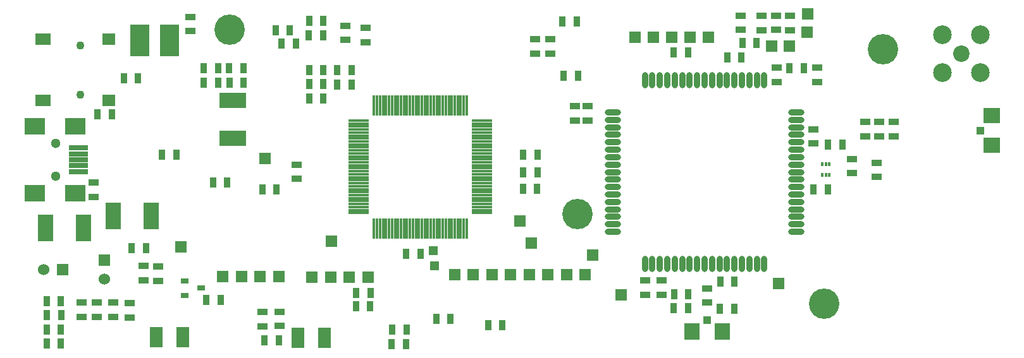
<source format=gts>
G04 (created by PCBNEW (2013-07-07 BZR 4022)-stable) date 09/11/2014 09:40:27*
%MOIN*%
G04 Gerber Fmt 3.4, Leading zero omitted, Abs format*
%FSLAX34Y34*%
G01*
G70*
G90*
G04 APERTURE LIST*
%ADD10C,0.00590551*%
%ADD11R,0.0413386X0.0393701*%
%ADD12R,0.0866142X0.0826772*%
%ADD13R,0.0393701X0.0413386*%
%ADD14R,0.0826772X0.0866142*%
%ADD15R,0.0118X0.0217*%
%ADD16R,0.0394X0.0315*%
%ADD17R,0.0590551X0.0590551*%
%ADD18R,0.0984252X0.165354*%
%ADD19R,0.0511811X0.0511811*%
%ADD20C,0.0866142*%
%ADD21C,0.0984252*%
%ADD22R,0.08X0.14*%
%ADD23R,0.14X0.08*%
%ADD24R,0.07X0.11*%
%ADD25R,0.035X0.055*%
%ADD26R,0.055X0.035*%
%ADD27O,0.0866142X0.0314961*%
%ADD28O,0.0314961X0.0866142*%
%ADD29R,0.100394X0.0275591*%
%ADD30R,0.106299X0.0866142*%
%ADD31C,0.0511811*%
%ADD32R,0.015748X0.106299*%
%ADD33R,0.106299X0.015748*%
%ADD34R,0.06X0.06*%
%ADD35C,0.06*%
%ADD36R,0.0669291X0.0590551*%
%ADD37R,0.0787402X0.0590551*%
%ADD38C,0.0433071*%
%ADD39C,0.16*%
G04 APERTURE END LIST*
G54D10*
G54D11*
X116908Y-66550D03*
G54D12*
X117508Y-65762D03*
X117508Y-67337D03*
G54D13*
X102520Y-76548D03*
G54D14*
X103307Y-77148D03*
X101732Y-77148D03*
G54D15*
X108578Y-68322D03*
X108775Y-68322D03*
X108972Y-68322D03*
X108972Y-68888D03*
X108775Y-68888D03*
X108578Y-68888D03*
G54D16*
X75853Y-74865D03*
X74987Y-75240D03*
X74987Y-74490D03*
G54D17*
X96104Y-74158D03*
X95120Y-74158D03*
X94136Y-74165D03*
X93152Y-74158D03*
X92167Y-74158D03*
X91183Y-74158D03*
X90199Y-74158D03*
X89215Y-74158D03*
X84656Y-74273D03*
X83672Y-74273D03*
X82687Y-74273D03*
X81703Y-74273D03*
X76993Y-74251D03*
X77977Y-74251D03*
X78962Y-74251D03*
X79946Y-74251D03*
G54D18*
X72622Y-61794D03*
X74197Y-61794D03*
G54D17*
X98730Y-61611D03*
X106860Y-62101D03*
X99690Y-61611D03*
X105915Y-62101D03*
X107800Y-61351D03*
X107815Y-60386D03*
X96495Y-73106D03*
X106305Y-74606D03*
X100655Y-61606D03*
X101620Y-61611D03*
G54D19*
X88170Y-73686D03*
G54D17*
X79225Y-68016D03*
G54D19*
X88080Y-72901D03*
G54D17*
X93250Y-72481D03*
X97995Y-75206D03*
X82725Y-72386D03*
X102580Y-61611D03*
X74790Y-72681D03*
X92650Y-71331D03*
G54D20*
X115922Y-62500D03*
G54D21*
X114922Y-63500D03*
X114922Y-61500D03*
X116922Y-61500D03*
X116922Y-63500D03*
G54D22*
X71210Y-71055D03*
X73210Y-71055D03*
X67640Y-71700D03*
X69640Y-71700D03*
G54D23*
X77520Y-66955D03*
X77520Y-64955D03*
G54D24*
X80970Y-77500D03*
X82370Y-77500D03*
G54D25*
X79825Y-69670D03*
X79075Y-69670D03*
G54D26*
X84530Y-61125D03*
X84530Y-61875D03*
X80890Y-69095D03*
X80890Y-68345D03*
G54D25*
X78075Y-63255D03*
X77325Y-63255D03*
X81545Y-60740D03*
X82295Y-60740D03*
X78090Y-64020D03*
X77340Y-64020D03*
X75990Y-63250D03*
X76740Y-63250D03*
X83785Y-64110D03*
X83035Y-64110D03*
X75990Y-64020D03*
X76740Y-64020D03*
X81540Y-64090D03*
X82290Y-64090D03*
X81540Y-63355D03*
X82290Y-63355D03*
G54D26*
X71220Y-75630D03*
X71220Y-76380D03*
G54D25*
X83785Y-63360D03*
X83035Y-63360D03*
X80525Y-61250D03*
X79775Y-61250D03*
X80855Y-61950D03*
X80105Y-61950D03*
X88995Y-76500D03*
X88245Y-76500D03*
G54D26*
X70200Y-69300D03*
X70200Y-70050D03*
X99255Y-75210D03*
X99255Y-74460D03*
X73590Y-73725D03*
X73590Y-74475D03*
X72810Y-73705D03*
X72810Y-74455D03*
G54D25*
X76125Y-75490D03*
X76875Y-75490D03*
G54D26*
X95545Y-66020D03*
X95545Y-65270D03*
G54D25*
X86655Y-77830D03*
X85905Y-77830D03*
X86675Y-77040D03*
X85925Y-77040D03*
G54D26*
X79095Y-76875D03*
X79095Y-76125D03*
G54D25*
X79950Y-77625D03*
X79200Y-77625D03*
G54D26*
X79995Y-76110D03*
X79995Y-76860D03*
G54D25*
X76485Y-69280D03*
X77235Y-69280D03*
G54D26*
X83450Y-61015D03*
X83450Y-61765D03*
G54D25*
X68465Y-77805D03*
X67715Y-77805D03*
X68475Y-76305D03*
X67725Y-76305D03*
G54D26*
X69555Y-76380D03*
X69555Y-75630D03*
X70350Y-76380D03*
X70350Y-75630D03*
G54D25*
X67715Y-77070D03*
X68465Y-77070D03*
X67710Y-75540D03*
X68460Y-75540D03*
G54D26*
X72075Y-75660D03*
X72075Y-76410D03*
G54D25*
X81555Y-64855D03*
X82305Y-64855D03*
X72945Y-72740D03*
X72195Y-72740D03*
X84775Y-75130D03*
X84025Y-75130D03*
X84765Y-75810D03*
X84015Y-75810D03*
G54D26*
X93440Y-61725D03*
X93440Y-62475D03*
X94270Y-61725D03*
X94270Y-62475D03*
G54D25*
X95715Y-63640D03*
X94965Y-63640D03*
G54D26*
X96235Y-66020D03*
X96235Y-65270D03*
G54D25*
X86660Y-73060D03*
X87410Y-73060D03*
G54D26*
X108310Y-63235D03*
X108310Y-63985D03*
X106180Y-63235D03*
X106180Y-63985D03*
G54D25*
X107615Y-63240D03*
X106865Y-63240D03*
X95645Y-60780D03*
X94895Y-60780D03*
X104325Y-62685D03*
X103575Y-62685D03*
G54D26*
X104290Y-61235D03*
X104290Y-60485D03*
X105390Y-61245D03*
X105390Y-60495D03*
G54D25*
X105125Y-61935D03*
X104375Y-61935D03*
G54D26*
X106140Y-61235D03*
X106140Y-60485D03*
G54D25*
X74545Y-67835D03*
X73795Y-67835D03*
G54D26*
X106875Y-61245D03*
X106875Y-60495D03*
G54D25*
X92830Y-67835D03*
X93580Y-67835D03*
X92830Y-68760D03*
X93580Y-68760D03*
X92810Y-69610D03*
X93560Y-69610D03*
X81530Y-61515D03*
X82280Y-61515D03*
X91725Y-76830D03*
X90975Y-76830D03*
G54D26*
X100125Y-74460D03*
X100125Y-75210D03*
G54D25*
X100770Y-75915D03*
X101520Y-75915D03*
X100785Y-75195D03*
X101535Y-75195D03*
X71145Y-65700D03*
X70395Y-65700D03*
X71775Y-63780D03*
X72525Y-63780D03*
G54D26*
X110860Y-66095D03*
X110860Y-66845D03*
X111460Y-68255D03*
X111460Y-69005D03*
X111580Y-66095D03*
X111580Y-66845D03*
G54D25*
X103205Y-75950D03*
X103955Y-75950D03*
X103215Y-74520D03*
X103965Y-74520D03*
G54D26*
X112350Y-66845D03*
X112350Y-66095D03*
X102530Y-74885D03*
X102530Y-75635D03*
G54D25*
X100760Y-62410D03*
X101510Y-62410D03*
X108895Y-67305D03*
X109645Y-67305D03*
X108130Y-69650D03*
X108880Y-69650D03*
G54D26*
X75285Y-60540D03*
X75285Y-61290D03*
X110160Y-68050D03*
X110160Y-68800D03*
X108120Y-66480D03*
X108120Y-67230D03*
G54D27*
X107232Y-71890D03*
X107232Y-71497D03*
X107232Y-71103D03*
X107232Y-70709D03*
X107232Y-70316D03*
X107232Y-69922D03*
X107232Y-69528D03*
X107232Y-69135D03*
X107232Y-68741D03*
X107232Y-68347D03*
X107232Y-67953D03*
X107232Y-67560D03*
X107232Y-67166D03*
X107232Y-66772D03*
X107232Y-66379D03*
X107232Y-65985D03*
X107232Y-65591D03*
G54D28*
X105539Y-63898D03*
X105145Y-63898D03*
X104752Y-63898D03*
X104358Y-63898D03*
X103964Y-63898D03*
X103571Y-63898D03*
X103177Y-63898D03*
X102783Y-63898D03*
X102390Y-63898D03*
X101996Y-63898D03*
X101602Y-63898D03*
X101208Y-63898D03*
X100815Y-63898D03*
X100421Y-63898D03*
X100027Y-63898D03*
X99634Y-63898D03*
X99240Y-63898D03*
G54D27*
X97547Y-65591D03*
X97547Y-65985D03*
X97547Y-66379D03*
X97547Y-66772D03*
X97547Y-67166D03*
X97547Y-67560D03*
X97547Y-67953D03*
X97547Y-68347D03*
X97547Y-68741D03*
X97547Y-69135D03*
X97547Y-69528D03*
X97547Y-69922D03*
X97547Y-70316D03*
X97547Y-70709D03*
X97547Y-71103D03*
X97547Y-71497D03*
X97547Y-71890D03*
G54D28*
X99240Y-73583D03*
X99634Y-73583D03*
X100027Y-73583D03*
X100421Y-73583D03*
X100815Y-73583D03*
X101208Y-73583D03*
X101602Y-73583D03*
X101996Y-73583D03*
X102390Y-73583D03*
X102783Y-73583D03*
X103177Y-73583D03*
X103571Y-73583D03*
X103964Y-73583D03*
X104358Y-73583D03*
X104752Y-73583D03*
X105145Y-73583D03*
X105539Y-73583D03*
G54D29*
X69404Y-67460D03*
X69404Y-67775D03*
X69404Y-68090D03*
X69404Y-68404D03*
X69404Y-68719D03*
G54D30*
X69217Y-66338D03*
X69217Y-69841D03*
X67073Y-69841D03*
X67073Y-66338D03*
G54D31*
X68203Y-68956D03*
X68203Y-67223D03*
G54D32*
X84971Y-71708D03*
X85128Y-71708D03*
X85286Y-71708D03*
X85443Y-71708D03*
X85600Y-71708D03*
X85758Y-71708D03*
X85915Y-71708D03*
X86073Y-71708D03*
X86230Y-71708D03*
X86388Y-71708D03*
X86545Y-71708D03*
X86703Y-71708D03*
X86860Y-71708D03*
X87018Y-71708D03*
X87175Y-71708D03*
X87333Y-71708D03*
X87490Y-71708D03*
X87648Y-71708D03*
X87805Y-71708D03*
X87963Y-71708D03*
X88120Y-71708D03*
X88278Y-71708D03*
X88435Y-71708D03*
X88593Y-71708D03*
X88750Y-71708D03*
X88908Y-71708D03*
X89065Y-71708D03*
X89223Y-71708D03*
X89380Y-71708D03*
X89537Y-71708D03*
X89695Y-71708D03*
X89852Y-71708D03*
G54D33*
X90660Y-70900D03*
X90660Y-70743D03*
X90660Y-70585D03*
X90660Y-70428D03*
X90660Y-70271D03*
X90660Y-70113D03*
X90660Y-69956D03*
X90660Y-69798D03*
X90660Y-69641D03*
X90660Y-69483D03*
X90660Y-69326D03*
X90660Y-69168D03*
X90660Y-69011D03*
X90660Y-68853D03*
X90660Y-68696D03*
X90660Y-68538D03*
X90660Y-68381D03*
X90660Y-68223D03*
X90660Y-68066D03*
X90660Y-67908D03*
X90660Y-67751D03*
X90660Y-67593D03*
X90660Y-67436D03*
X90660Y-67278D03*
X90660Y-67121D03*
X90660Y-66963D03*
X90660Y-66806D03*
X90660Y-66648D03*
X90660Y-66491D03*
X90660Y-66334D03*
X90660Y-66176D03*
X90660Y-66019D03*
G54D32*
X89852Y-65211D03*
X89695Y-65211D03*
X89537Y-65211D03*
X89380Y-65211D03*
X89223Y-65211D03*
X89065Y-65211D03*
X88908Y-65211D03*
X88750Y-65211D03*
X88593Y-65211D03*
X88435Y-65211D03*
X88278Y-65211D03*
X88120Y-65211D03*
X87963Y-65211D03*
X87805Y-65211D03*
X87648Y-65211D03*
X87490Y-65211D03*
X87333Y-65211D03*
X87175Y-65211D03*
X87018Y-65211D03*
X86860Y-65211D03*
X86703Y-65211D03*
X86545Y-65211D03*
X86388Y-65211D03*
X86230Y-65211D03*
X86073Y-65211D03*
X85915Y-65211D03*
X85758Y-65211D03*
X85600Y-65211D03*
X85443Y-65211D03*
X85286Y-65211D03*
X85128Y-65211D03*
X84971Y-65211D03*
G54D33*
X84163Y-66019D03*
X84163Y-66176D03*
X84163Y-66334D03*
X84163Y-66491D03*
X84163Y-66648D03*
X84163Y-66806D03*
X84163Y-66963D03*
X84163Y-67121D03*
X84163Y-67278D03*
X84163Y-67436D03*
X84163Y-67593D03*
X84163Y-67751D03*
X84163Y-67908D03*
X84163Y-68066D03*
X84163Y-68223D03*
X84163Y-68381D03*
X84163Y-68538D03*
X84163Y-68696D03*
X84163Y-68853D03*
X84163Y-69011D03*
X84163Y-69168D03*
X84163Y-69326D03*
X84163Y-69483D03*
X84163Y-69641D03*
X84163Y-69798D03*
X84163Y-69956D03*
X84163Y-70113D03*
X84163Y-70271D03*
X84163Y-70428D03*
X84163Y-70585D03*
X84163Y-70743D03*
X84163Y-70900D03*
G54D34*
X68540Y-73875D03*
G54D35*
X67540Y-73875D03*
G54D34*
X70740Y-73390D03*
G54D35*
X70740Y-74390D03*
G54D36*
X71004Y-64959D03*
G54D37*
X67520Y-64959D03*
X67520Y-61730D03*
G54D36*
X71004Y-61730D03*
G54D38*
X69488Y-62045D03*
X69488Y-64644D03*
G54D39*
X77370Y-61215D03*
G54D24*
X74900Y-77440D03*
X73500Y-77440D03*
G54D39*
X95685Y-70965D03*
X111780Y-62240D03*
X108675Y-75705D03*
M02*

</source>
